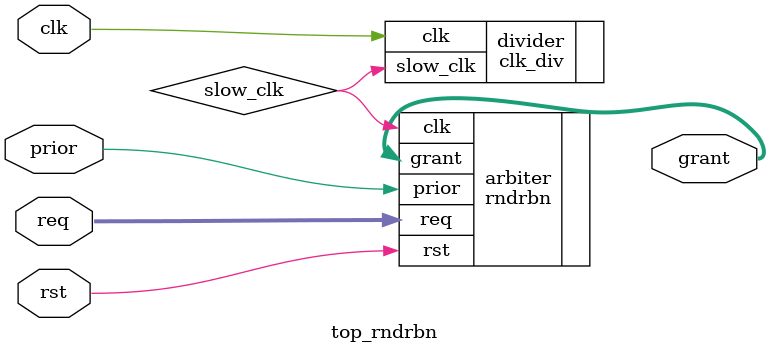
<source format=v>
module top_rndrbn(
    input clk,
    input rst,
    input prior,
    input [3:0] req,
    output [3:0] grant
);

    wire slow_clk;

    clk_div divider (.clk(clk), .slow_clk(slow_clk));

    rndrbn arbiter (
        .clk(slow_clk),
        .rst(rst),
        .prior(prior),
        .req(req),
        .grant(grant)
    );

endmodule

</source>
